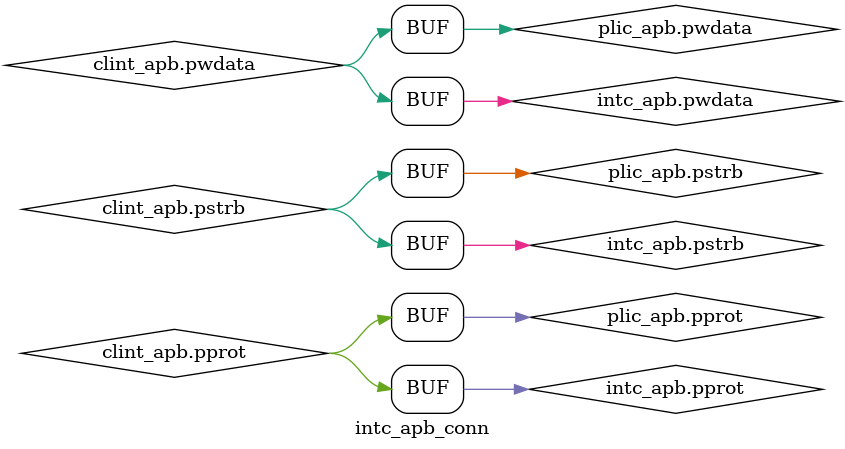
<source format=sv>
module intc_apb_conn (
    apb_intf.slave  intc_apb,
    apb_intf.master clint_apb,
    apb_intf.master plic_apb
);

assign clint_apb.psel    = ~intc_apb.paddr[26] && intc_apb.psel;
assign clint_apb.penable = ~intc_apb.paddr[26] && intc_apb.penable;
assign clint_apb.paddr   = intc_apb.paddr;
assign clint_apb.pwrite  = intc_apb.pwrite;
assign clint_apb.pstrb   = intc_apb.pstrb;
assign clint_apb.pprot   = intc_apb.pprot;
assign clint_apb.pwdata  = intc_apb.pwdata;

assign plic_apb.psel      = intc_apb.paddr[26] && intc_apb.psel;
assign plic_apb.penable   = intc_apb.paddr[26] && intc_apb.penable;
assign plic_apb.paddr     = intc_apb.paddr;
assign plic_apb.pwrite    = intc_apb.pwrite;
assign plic_apb.pstrb     = intc_apb.pstrb;
assign plic_apb.pprot     = intc_apb.pprot;
assign plic_apb.pwdata    = intc_apb.pwdata;

assign intc_apb.prdata    = intc_apb.paddr[26] ? plic_apb.prdata  : clint_apb.prdata;
assign intc_apb.pslverr   = intc_apb.paddr[26] ? plic_apb.pslverr : clint_apb.pslverr;
assign intc_apb.pready    = intc_apb.paddr[26] ? plic_apb.pready  : clint_apb.pready;

endmodule

</source>
